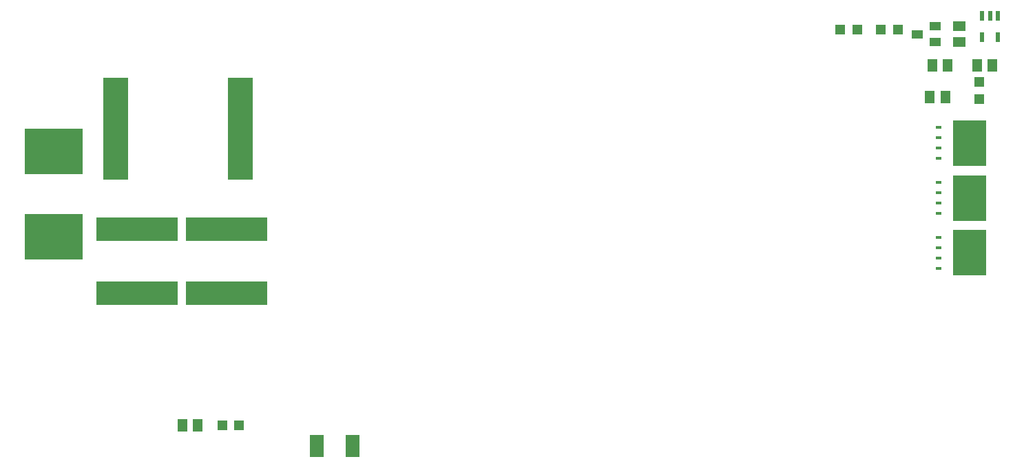
<source format=gbl>
G04 EAGLE Gerber RS-274X export*
G75*
%MOMM*%
%FSLAX34Y34*%
%LPD*%
%INSolderpaste Top*%
%IPPOS*%
%AMOC8*
5,1,8,0,0,1.08239X$1,22.5*%
G01*
%ADD10R,1.400000X1.000000*%
%ADD11R,1.500000X1.300000*%
%ADD12R,0.550000X1.200000*%
%ADD13R,1.300000X1.500000*%
%ADD14R,3.150000X12.500000*%
%ADD15R,10.000000X2.850000*%
%ADD16R,7.230000X5.600000*%
%ADD17R,0.720000X0.410000*%
%ADD18R,4.064000X5.588000*%
%ADD19R,1.200000X1.200000*%
%ADD20R,1.800000X2.700000*%


D10*
X1166500Y564500D03*
X1166500Y583500D03*
X1144500Y574000D03*
D11*
X1195500Y583500D03*
X1195500Y564500D03*
D12*
X1243000Y596250D03*
X1233500Y596250D03*
X1224000Y596250D03*
X1224000Y570250D03*
X1243000Y570250D03*
D13*
X1217500Y536000D03*
X1236500Y536000D03*
D14*
X158250Y457500D03*
X311750Y457500D03*
D15*
X295000Y334250D03*
X295000Y255750D03*
X185000Y334250D03*
X185000Y255750D03*
D16*
X82500Y325000D03*
X82500Y430000D03*
D13*
X1181500Y535500D03*
X1162500Y535500D03*
X1159500Y497000D03*
X1178500Y497000D03*
D17*
X1170350Y324050D03*
X1170350Y311350D03*
X1170350Y298650D03*
X1170350Y285950D03*
D18*
X1208300Y305000D03*
D17*
X1170350Y391550D03*
X1170350Y378850D03*
X1170350Y366150D03*
X1170350Y353450D03*
D18*
X1208300Y372500D03*
D17*
X1170350Y459050D03*
X1170350Y446350D03*
X1170350Y433650D03*
X1170350Y420950D03*
D18*
X1208300Y440000D03*
D19*
X1220000Y515500D03*
X1220000Y494500D03*
X1120500Y580000D03*
X1099500Y580000D03*
D20*
X449500Y67500D03*
X405500Y67500D03*
D19*
X1070500Y580000D03*
X1049500Y580000D03*
X289500Y92500D03*
X310500Y92500D03*
D13*
X240500Y92500D03*
X259500Y92500D03*
M02*

</source>
